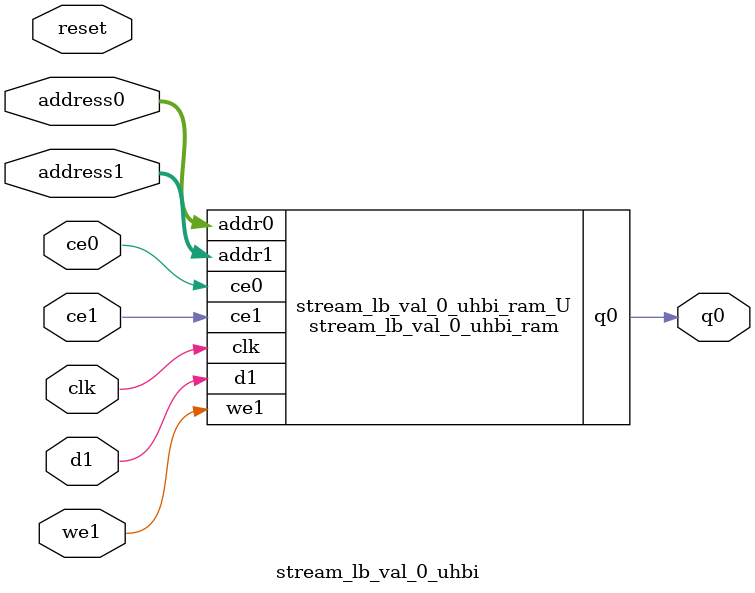
<source format=v>

`timescale 1 ns / 1 ps
module stream_lb_val_0_uhbi_ram (addr0, ce0, q0, addr1, ce1, d1, we1,  clk);

parameter DWIDTH = 1;
parameter AWIDTH = 11;
parameter MEM_SIZE = 1280;

input[AWIDTH-1:0] addr0;
input ce0;
output reg[DWIDTH-1:0] q0;
input[AWIDTH-1:0] addr1;
input ce1;
input[DWIDTH-1:0] d1;
input we1;
input clk;

(* ram_style = "block" *)reg [DWIDTH-1:0] ram[0:MEM_SIZE-1];




always @(posedge clk)  
begin 
    if (ce0) 
    begin
            q0 <= ram[addr0];
    end
end


always @(posedge clk)  
begin 
    if (ce1) 
    begin
        if (we1) 
        begin 
            ram[addr1] <= d1; 
        end 
    end
end


endmodule


`timescale 1 ns / 1 ps
module stream_lb_val_0_uhbi(
    reset,
    clk,
    address0,
    ce0,
    q0,
    address1,
    ce1,
    we1,
    d1);

parameter DataWidth = 32'd1;
parameter AddressRange = 32'd1280;
parameter AddressWidth = 32'd11;
input reset;
input clk;
input[AddressWidth - 1:0] address0;
input ce0;
output[DataWidth - 1:0] q0;
input[AddressWidth - 1:0] address1;
input ce1;
input we1;
input[DataWidth - 1:0] d1;



stream_lb_val_0_uhbi_ram stream_lb_val_0_uhbi_ram_U(
    .clk( clk ),
    .addr0( address0 ),
    .ce0( ce0 ),
    .q0( q0 ),
    .addr1( address1 ),
    .ce1( ce1 ),
    .d1( d1 ),
    .we1( we1 ));

endmodule


</source>
